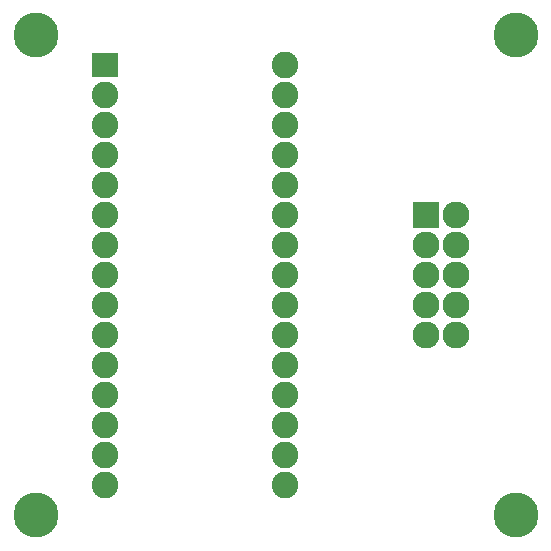
<source format=gbs>
G04 (created by PCBNEW-RS274X (2011-07-19)-testing) date Fri 10 Feb 2012 03:23:04 PM PST*
G01*
G70*
G90*
%MOIN*%
G04 Gerber Fmt 3.4, Leading zero omitted, Abs format*
%FSLAX34Y34*%
G04 APERTURE LIST*
%ADD10C,0.006000*%
%ADD11R,0.089000X0.080000*%
%ADD12C,0.089000*%
%ADD13R,0.090000X0.090000*%
%ADD14C,0.090000*%
%ADD15C,0.150000*%
G04 APERTURE END LIST*
G54D10*
G54D11*
X48300Y-32000D03*
G54D12*
X48300Y-33000D03*
X48300Y-34000D03*
X48300Y-35000D03*
X48300Y-36000D03*
X48300Y-37000D03*
X48300Y-38000D03*
X48300Y-39000D03*
X48300Y-40000D03*
X48300Y-41000D03*
X48300Y-42000D03*
X48300Y-43000D03*
X48300Y-44000D03*
X48300Y-45000D03*
X48300Y-46000D03*
X54300Y-46000D03*
X54300Y-45000D03*
X54300Y-44000D03*
X54300Y-43000D03*
X54300Y-42000D03*
X54300Y-41000D03*
X54300Y-40000D03*
X54300Y-39000D03*
X54300Y-38000D03*
X54300Y-37000D03*
X54300Y-36000D03*
X54300Y-35000D03*
X54300Y-34000D03*
X54300Y-33000D03*
X54300Y-32000D03*
G54D13*
X59000Y-37000D03*
G54D14*
X60000Y-37000D03*
X59000Y-38000D03*
X60000Y-38000D03*
X59000Y-39000D03*
X60000Y-39000D03*
X59000Y-40000D03*
X60000Y-40000D03*
X59000Y-41000D03*
X60000Y-41000D03*
G54D15*
X62000Y-31000D03*
X62000Y-47000D03*
X46000Y-47000D03*
X46000Y-31000D03*
M02*

</source>
